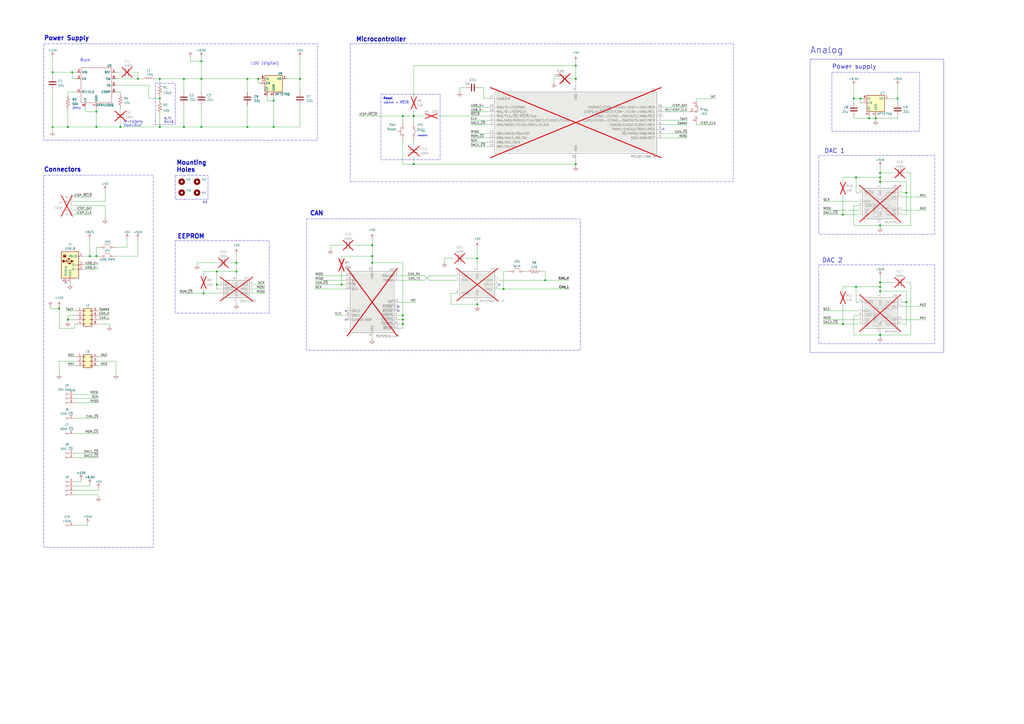
<source format=kicad_sch>
(kicad_sch (version 20250114) (generator "eeschema") (generator_version "9.0")
  (paper "A2")
  (title_block (title "CAN Gauge Interface") (date "2025-09-19") (rev "0.1") (company "Sam Anthony"))
  (rectangle (start 482.6 41.91) (end 533.4 76.2) (stroke (width 0) (type dash)))
  (rectangle (start 25.4 25.4) (end 184.15 81.28) (stroke (width 0) (type dash)))
  (rectangle (start 101.6 139.7) (end 156.21 181.61) (stroke (width 0) (type dash)))
  (rectangle (start 101.6 101.5999) (end 120.65 115.5699) (stroke (width 0) (type dash)))
  (rectangle (start 90.17 48.26) (end 101.6 72.39) (stroke (width 0) (type dash)))
  (rectangle (start 220.98 54.61) (end 255.27 92.71) (stroke (width 0) (type dash)))
  (rectangle (start 474.98 153.67) (end 542.29 199.39) (stroke (width 0) (type dash)))
  (rectangle (start 177.8 127) (end 336.55 203.2) (stroke (width 0) (type dash)))
  (rectangle (start 25.4 101.6) (end 88.9 317.5) (stroke (width 0) (type dash)))
  (rectangle (start 474.98 90.17) (end 542.29 135.89) (stroke (width 0) (type dash)))
  (rectangle (start 203.2 25.4) (end 425.45 105.41) (stroke (width 0) (type dash)))
  (rectangle (start 469.9 34.29) (end 547.37 204.47))
  (text "Connectors" (at 25.4 98.425 0) (effects (font (size 2.54 2.54) (thickness 0.508) (bold yes)) (justify left)))
  (text "Power Supply" (at 25.4 22.225 0) (effects (font (size 2.54 2.54) (thickness 0.508) (bold yes)) (justify left)))
  (text "LDO (digital)" (at 153.67 36.83 0) (effects (font (size 1.651 1.651))))
  (text "CAN" (at 179.705 123.825 0) (effects (font (size 2.54 2.54) (thickness 0.508) (bold yes)) (justify left)))
  (text "2MHz\n" (at 44.45 62.865 0) (effects (font (size 1.27 1.27))))
  (text "6.7V\nR±1%" (at 95.25 69.85 0) (effects (font (size 1.27 1.27)) (justify left)))
  (text "Reset" (at 222.25 57.15 0) (effects (font (size 1.27 1.27) (thickness 0.254) (bold yes)) (justify left)))
  (text "fc=13.5kHz\nCout=31uF" (at 71.755 71.755 0) (effects (font (size 1.27 1.27)) (justify left)))
  (text "Mounting\nHoles" (at 102.235 96.5199 0) (effects (font (size 2.54 2.54) (thickness 0.508) (bold yes)) (justify left)))
  (text "Power supply" (at 482.6 38.735 0) (effects (font (size 2.54 2.54) (thickness 0.254) (bold yes)) (justify left)))
  (text "M3\n" (at 117.475 117.4749 0) (effects (font (size 1.27 1.27)) (justify left)))
  (text "EEPROM" (at 102.87 137.16 0) (effects (font (size 2.54 2.54) (thickness 0.508) (bold yes)) (justify left)))
  (text "≤6mm ↔ ~{MCLR}" (at 222.25 59.69 0) (effects (font (size 1.27 1.27)) (justify left)))
  (text "DAC 1" (at 478.155 87.63 0) (effects (font (size 2.54 2.54) (thickness 0.254) (bold yes)) (justify left)))
  (text "Buck" (at 49.53 34.925 0) (effects (font (size 1.651 1.651))))
  (text "Microcontroller" (at 206.375 22.86 0) (effects (font (size 2.54 2.54) (thickness 0.508) (bold yes)) (justify left)))
  (text "Analog" (at 469.9 29.21 0) (effects (font (size 3.81 3.81) (thickness 0.254) (bold yes)) (justify left)))
  (text "Isolation" (at 245.11 78.74 0) (effects (font (size 0.889 0.889))))
  (text "DAC 2" (at 476.885 151.13 0) (effects (font (size 2.54 2.54) (thickness 0.254) (bold yes)) (justify left)))
  (junction (at 39.37 185.42))
  (junction (at 158.75 58.42))
  (junction (at 510.54 166.37))
  (junction (at 504.19 68.58))
  (junction (at 106.68 45.72))
  (junction (at 510.54 168.91))
  (junction (at 137.16 157.48))
  (junction (at 510.54 100.33))
  (junction (at 55.88 73.66))
  (junction (at 116.84 73.66))
  (junction (at 39.37 73.66))
  (junction (at 106.68 73.66))
  (junction (at 233.68 185.42))
  (junction (at 173.99 45.72))
  (junction (at 496.57 166.37))
  (junction (at 137.16 152.4))
  (junction (at 525.78 111.76))
  (junction (at 143.51 73.66))
  (junction (at 488.95 187.96))
  (junction (at 92.71 73.66))
  (junction (at 334.01 38.1))
  (junction (at 34.29 179.07))
  (junction (at 508 68.58))
  (junction (at 233.68 182.88))
  (junction (at 334.01 45.72))
  (junction (at 495.3 57.15))
  (junction (at 55.88 148.59))
  (junction (at 488.95 124.46))
  (junction (at 510.54 130.81))
  (junction (at 334.01 95.25))
  (junction (at 149.86 45.72))
  (junction (at 30.48 41.91))
  (junction (at 158.75 73.66))
  (junction (at 215.9 142.24))
  (junction (at 80.01 45.72))
  (junction (at 240.03 67.31))
  (junction (at 510.54 102.87))
  (junction (at 510.54 194.31))
  (junction (at 92.71 57.15))
  (junction (at 55.88 64.77))
  (junction (at 525.78 175.26))
  (junction (at 30.48 73.66))
  (junction (at 92.71 45.72))
  (junction (at 276.86 176.53))
  (junction (at 116.84 35.56))
  (junction (at 215.9 152.4))
  (junction (at 520.7 57.15))
  (junction (at 276.86 149.86))
  (junction (at 316.23 162.56))
  (junction (at 125.73 165.1))
  (junction (at 41.91 41.91))
  (junction (at 510.54 163.83))
  (junction (at 499.11 57.15))
  (junction (at 118.11 170.18))
  (junction (at 52.07 148.59))
  (junction (at 215.9 148.59))
  (junction (at 496.57 102.87))
  (junction (at 198.12 165.1))
  (junction (at 125.73 157.48))
  (junction (at 510.54 105.41))
  (junction (at 69.85 73.66))
  (junction (at 240.03 95.25))
  (junction (at 233.68 67.31))
  (junction (at 233.68 187.96))
  (junction (at 143.51 45.72))
  (junction (at 116.84 45.72))
  (junction (at 292.1 167.64))
  (no_connect (at 38.1 163.83))
  (no_connect (at 231.14 177.8))
  (no_connect (at 200.66 185.42))
  (no_connect (at 289.56 165.1))
  (no_connect (at 200.66 180.34))
  (no_connect (at 384.81 74.93))
  (no_connect (at 231.14 180.34))
  (wire (pts (xy 231.14 162.56) (xy 246.38 162.56)))
  (wire (pts (xy 240.03 95.25) (xy 240.03 91.44)))
  (wire (pts (xy 384.81 69.85) (xy 398.78 69.85)))
  (wire (pts (xy 499.11 57.15) (xy 495.3 57.15)))
  (wire (pts (xy 116.84 33.02) (xy 116.84 35.56)))
  (wire (pts (xy 215.9 142.24) (xy 215.9 148.59)))
  (wire (pts (xy 106.68 45.72) (xy 116.84 45.72)))
  (wire (pts (xy 158.75 58.42) (xy 158.75 73.66)))
  (wire (pts (xy 495.3 182.88) (xy 497.84 182.88)))
  (wire (pts (xy 292.1 157.48) (xy 294.64 157.48)))
  (wire (pts (xy 44.45 209.55) (xy 34.29 209.55)))
  (wire (pts (xy 233.68 187.96) (xy 233.68 185.42)))
  (wire (pts (xy 495.3 119.38) (xy 497.84 119.38)))
  (wire (pts (xy 240.03 38.1) (xy 334.01 38.1)))
  (wire (pts (xy 231.14 187.96) (xy 233.68 187.96)))
  (wire (pts (xy 44.45 41.91) (xy 41.91 41.91)))
  (wire (pts (xy 508 67.31) (xy 508 68.58)))
  (wire (pts (xy 289.56 167.64) (xy 292.1 167.64)))
  (wire (pts (xy 510.54 168.91) (xy 510.54 170.18)))
  (wire (pts (xy 215.9 195.58) (xy 215.9 196.85)))
  (wire (pts (xy 60.96 116.84) (xy 60.96 110.49)))
  (wire (pts (xy 67.31 53.34) (xy 69.85 53.34)))
  (wire (pts (xy 499.11 59.69) (xy 499.11 57.15)))
  (wire (pts (xy 80.01 45.72) (xy 82.55 45.72)))
  (wire (pts (xy 48.26 153.67) (xy 57.15 153.67)))
  (wire (pts (xy 127 165.1) (xy 125.73 165.1)))
  (wire (pts (xy 262.89 149.86) (xy 257.81 149.86)))
  (wire (pts (xy 496.57 175.26) (xy 496.57 166.37)))
  (wire (pts (xy 149.86 48.26) (xy 149.86 45.72)))
  (wire (pts (xy 488.95 187.96) (xy 497.84 187.96)))
  (wire (pts (xy 118.11 157.48) (xy 125.73 157.48)))
  (wire (pts (xy 92.71 73.66) (xy 106.68 73.66)))
  (wire (pts (xy 240.03 38.1) (xy 240.03 55.88)))
  (wire (pts (xy 523.24 124.46) (xy 525.78 124.46)))
  (wire (pts (xy 44.45 53.34) (xy 39.37 53.34)))
  (wire (pts (xy 477.52 180.34) (xy 497.84 180.34)))
  (wire (pts (xy 510.54 193.04) (xy 510.54 194.31)))
  (wire (pts (xy 233.68 185.42) (xy 233.68 182.88)))
  (wire (pts (xy 510.54 194.31) (xy 510.54 195.58)))
  (wire (pts (xy 525.78 168.91) (xy 510.54 168.91)))
  (wire (pts (xy 384.81 64.77) (xy 400.05 64.77)))
  (wire (pts (xy 69.85 53.34) (xy 69.85 54.61)))
  (wire (pts (xy 499.11 57.15) (xy 500.38 57.15)))
  (wire (pts (xy 34.29 190.5) (xy 34.29 179.07)))
  (wire (pts (xy 149.86 45.72) (xy 151.13 45.72)))
  (wire (pts (xy 198.12 165.1) (xy 198.12 157.48)))
  (wire (pts (xy 57.15 209.55) (xy 67.31 209.55)))
  (wire (pts (xy 52.07 281.94) (xy 52.07 280.67)))
  (wire (pts (xy 39.37 185.42) (xy 39.37 186.69)))
  (wire (pts (xy 116.84 45.72) (xy 143.51 45.72)))
  (wire (pts (xy 43.18 242.57) (xy 57.15 242.57)))
  (wire (pts (xy 57.15 182.88) (xy 63.5 182.88)))
  (wire (pts (xy 273.05 82.55) (xy 283.21 82.55)))
  (wire (pts (xy 495.3 130.81) (xy 510.54 130.81)))
  (wire (pts (xy 523.24 177.8) (xy 537.21 177.8)))
  (wire (pts (xy 151.13 48.26) (xy 149.86 48.26)))
  (wire (pts (xy 528.32 130.81) (xy 510.54 130.81)))
  (wire (pts (xy 182.88 165.1) (xy 198.12 165.1)))
  (wire (pts (xy 43.18 251.46) (xy 57.15 251.46)))
  (wire (pts (xy 403.86 71.12) (xy 403.86 72.39)))
  (wire (pts (xy 154.94 55.88) (xy 154.94 58.42)))
  (wire (pts (xy 497.84 111.76) (xy 496.57 111.76)))
  (wire (pts (xy 158.75 73.66) (xy 143.51 73.66)))
  (wire (pts (xy 523.24 114.3) (xy 537.21 114.3)))
  (wire (pts (xy 55.88 148.59) (xy 57.15 148.59)))
  (wire (pts (xy 30.48 41.91) (xy 30.48 44.45)))
  (wire (pts (xy 273.05 69.85) (xy 283.21 69.85)))
  (wire (pts (xy 182.88 160.02) (xy 200.66 160.02)))
  (wire (pts (xy 525.78 105.41) (xy 525.78 111.76)))
  (wire (pts (xy 384.81 62.23) (xy 398.78 62.23)))
  (wire (pts (xy 496.57 102.87) (xy 510.54 102.87)))
  (wire (pts (xy 496.57 111.76) (xy 496.57 102.87)))
  (wire (pts (xy 49.53 62.23) (xy 49.53 64.77)))
  (wire (pts (xy 525.78 168.91) (xy 525.78 175.26)))
  (wire (pts (xy 194.31 182.88) (xy 200.66 182.88)))
  (wire (pts (xy 46.99 279.4) (xy 46.99 278.13)))
  (wire (pts (xy 477.52 185.42) (xy 497.84 185.42)))
  (wire (pts (xy 39.37 53.34) (xy 39.37 55.88)))
  (wire (pts (xy 92.71 66.04) (xy 92.71 73.66)))
  (wire (pts (xy 118.11 160.02) (xy 118.11 157.48)))
  (wire (pts (xy 334.01 45.72) (xy 331.47 45.72)))
  (wire (pts (xy 57.15 185.42) (xy 63.5 185.42)))
  (wire (pts (xy 334.01 49.53) (xy 334.01 45.72)))
  (wire (pts (xy 215.9 148.59) (xy 215.9 152.4)))
  (wire (pts (xy 143.51 45.72) (xy 143.51 53.34)))
  (wire (pts (xy 208.28 67.31) (xy 233.68 67.31)))
  (wire (pts (xy 403.86 58.42) (xy 403.86 57.15)))
  (wire (pts (xy 510.54 163.83) (xy 510.54 166.37)))
  (wire (pts (xy 495.3 130.81) (xy 495.3 119.38)))
  (wire (pts (xy 523.24 185.42) (xy 537.21 185.42)))
  (wire (pts (xy 39.37 63.5) (xy 39.37 73.66)))
  (wire (pts (xy 50.8 304.8) (xy 50.8 303.53)))
  (wire (pts (xy 43.18 114.3) (xy 53.34 114.3)))
  (wire (pts (xy 191.77 142.24) (xy 191.77 144.78)))
  (wire (pts (xy 92.71 45.72) (xy 92.71 48.26)))
  (wire (pts (xy 57.15 187.96) (xy 63.5 187.96)))
  (wire (pts (xy 39.37 185.42) (xy 44.45 185.42)))
  (wire (pts (xy 510.54 160.02) (xy 510.54 163.83)))
  (wire (pts (xy 528.32 163.83) (xy 528.32 194.31)))
  (wire (pts (xy 60.96 119.38) (xy 60.96 127)))
  (wire (pts (xy 283.21 57.15) (xy 280.67 57.15)))
  (wire (pts (xy 528.32 100.33) (xy 528.32 130.81)))
  (wire (pts (xy 173.99 45.72) (xy 173.99 53.34)))
  (wire (pts (xy 125.73 167.64) (xy 125.73 165.1)))
  (wire (pts (xy 525.78 105.41) (xy 510.54 105.41)))
  (wire (pts (xy 44.45 182.88) (xy 39.37 182.88)))
  (wire (pts (xy 495.3 67.31) (xy 495.3 68.58)))
  (wire (pts (xy 57.15 287.02) (xy 57.15 288.29)))
  (wire (pts (xy 125.73 157.48) (xy 137.16 157.48)))
  (wire (pts (xy 55.88 143.51) (xy 57.15 143.51)))
  (wire (pts (xy 118.11 170.18) (xy 118.11 167.64)))
  (wire (pts (xy 67.31 209.55) (xy 67.31 217.17)))
  (wire (pts (xy 137.16 152.4) (xy 137.16 157.48)))
  (wire (pts (xy 147.32 170.18) (xy 153.67 170.18)))
  (wire (pts (xy 106.68 73.66) (xy 116.84 73.66)))
  (wire (pts (xy 280.67 50.8) (xy 278.13 50.8)))
  (wire (pts (xy 520.7 68.58) (xy 520.7 67.31)))
  (wire (pts (xy 116.84 60.96) (xy 116.84 73.66)))
  (wire (pts (xy 55.88 62.23) (xy 55.88 64.77)))
  (wire (pts (xy 270.51 149.86) (xy 276.86 149.86)))
  (wire (pts (xy 384.81 80.01) (xy 398.78 80.01)))
  (wire (pts (xy 41.91 45.72) (xy 41.91 41.91)))
  (wire (pts (xy 198.12 149.86) (xy 198.12 148.59)))
  (wire (pts (xy 280.67 57.15) (xy 280.67 50.8)))
  (wire (pts (xy 403.86 57.15) (xy 415.29 57.15)))
  (wire (pts (xy 266.7 50.8) (xy 266.7 53.34)))
  (wire (pts (xy 57.15 212.09) (xy 62.23 212.09)))
  (wire (pts (xy 30.48 73.66) (xy 30.48 76.2)))
  (wire (pts (xy 488.95 102.87) (xy 496.57 102.87)))
  (wire (pts (xy 520.7 57.15) (xy 515.62 57.15)))
  (wire (pts (xy 154.94 58.42) (xy 158.75 58.42)))
  (wire (pts (xy 44.45 187.96) (xy 43.18 187.96)))
  (wire (pts (xy 257.81 149.86) (xy 257.81 152.4)))
  (wire (pts (xy 316.23 157.48) (xy 316.23 162.56)))
  (wire (pts (xy 39.37 207.01) (xy 44.45 207.01)))
  (wire (pts (xy 43.18 284.48) (xy 57.15 284.48)))
  (wire (pts (xy 495.3 57.15) (xy 495.3 49.53)))
  (wire (pts (xy 384.81 72.39) (xy 398.78 72.39)))
  (wire (pts (xy 63.5 187.96) (xy 63.5 189.23)))
  (wire (pts (xy 233.68 67.31) (xy 233.68 71.12)))
  (wire (pts (xy 92.71 57.15) (xy 86.36 57.15)))
  (wire (pts (xy 233.68 152.4) (xy 233.68 182.88)))
  (wire (pts (xy 92.71 45.72) (xy 106.68 45.72)))
  (wire (pts (xy 43.18 265.43) (xy 57.15 265.43)))
  (wire (pts (xy 240.03 81.28) (xy 240.03 83.82)))
  (wire (pts (xy 504.19 68.58) (xy 508 68.58)))
  (wire (pts (xy 233.68 152.4) (xy 215.9 152.4)))
  (wire (pts (xy 86.36 49.53) (xy 67.31 49.53)))
  (wire (pts (xy 510.54 105.41) (xy 510.54 106.68)))
  (wire (pts (xy 273.05 77.47) (xy 283.21 77.47)))
  (wire (pts (xy 158.75 55.88) (xy 158.75 58.42)))
  (wire (pts (xy 200.66 165.1) (xy 198.12 165.1)))
  (wire (pts (xy 30.48 33.02) (xy 30.48 41.91)))
  (wire (pts (xy 273.05 85.09) (xy 283.21 85.09)))
  (wire (pts (xy 316.23 162.56) (xy 330.2 162.56)))
  (wire (pts (xy 233.68 67.31) (xy 240.03 67.31)))
  (wire (pts (xy 528.32 194.31) (xy 510.54 194.31)))
  (wire (pts (xy 198.12 148.59) (xy 215.9 148.59)))
  (wire (pts (xy 29.21 177.8) (xy 29.21 179.07)))
  (wire (pts (xy 92.71 57.15) (xy 92.71 58.42)))
  (wire (pts (xy 173.99 73.66) (xy 158.75 73.66)))
  (wire (pts (xy 525.78 175.26) (xy 525.78 187.96)))
  (wire (pts (xy 510.54 96.52) (xy 510.54 100.33)))
  (wire (pts (xy 231.14 190.5) (xy 233.68 190.5)))
  (wire (pts (xy 29.21 179.07) (xy 34.29 179.07)))
  (wire (pts (xy 304.8 157.48) (xy 306.07 157.48)))
  (wire (pts (xy 104.14 170.18) (xy 118.11 170.18)))
  (wire (pts (xy 495.3 194.31) (xy 510.54 194.31)))
  (wire (pts (xy 270.51 50.8) (xy 266.7 50.8)))
  (wire (pts (xy 334.01 95.25) (xy 334.01 96.52)))
  (wire (pts (xy 55.88 73.66) (xy 39.37 73.66)))
  (wire (pts (xy 510.54 100.33) (xy 518.16 100.33)))
  (wire (pts (xy 43.18 233.68) (xy 57.15 233.68)))
  (wire (pts (xy 43.18 231.14) (xy 57.15 231.14)))
  (wire (pts (xy 510.54 166.37) (xy 510.54 168.91)))
  (wire (pts (xy 488.95 168.91) (xy 488.95 166.37)))
  (wire (pts (xy 500.38 59.69) (xy 499.11 59.69)))
  (wire (pts (xy 43.18 187.96) (xy 43.18 190.5)))
  (wire (pts (xy 55.88 148.59) (xy 55.88 143.51)))
  (wire (pts (xy 116.84 35.56) (xy 116.84 45.72)))
  (wire (pts (xy 57.15 180.34) (xy 63.5 180.34)))
  (wire (pts (xy 67.31 148.59) (xy 80.01 148.59)))
  (wire (pts (xy 254 67.31) (xy 283.21 67.31)))
  (wire (pts (xy 43.18 190.5) (xy 34.29 190.5)))
  (wire (pts (xy 106.68 45.72) (xy 106.68 53.34)))
  (wire (pts (xy 523.24 175.26) (xy 525.78 175.26)))
  (wire (pts (xy 48.26 148.59) (xy 52.07 148.59)))
  (wire (pts (xy 233.68 81.28) (xy 233.68 95.25)))
  (wire (pts (xy 92.71 73.66) (xy 69.85 73.66)))
  (wire (pts (xy 52.07 148.59) (xy 55.88 148.59)))
  (wire (pts (xy 488.95 166.37) (xy 496.57 166.37)))
  (wire (pts (xy 273.05 64.77) (xy 283.21 64.77)))
  (wire (pts (xy 488.95 124.46) (xy 497.84 124.46)))
  (wire (pts (xy 520.7 49.53) (xy 520.7 57.15)))
  (wire (pts (xy 69.85 62.23) (xy 69.85 63.5)))
  (wire (pts (xy 147.32 167.64) (xy 153.67 167.64)))
  (wire (pts (xy 510.54 102.87) (xy 510.54 105.41)))
  (wire (pts (xy 57.15 207.01) (xy 62.23 207.01)))
  (wire (pts (xy 384.81 77.47) (xy 398.78 77.47)))
  (wire (pts (xy 173.99 33.02) (xy 173.99 45.72)))
  (wire (pts (xy 44.45 45.72) (xy 41.91 45.72)))
  (wire (pts (xy 496.57 166.37) (xy 510.54 166.37)))
  (wire (pts (xy 276.86 176.53) (xy 276.86 177.8)))
  (wire (pts (xy 77.47 41.91) (xy 80.01 41.91)))
  (wire (pts (xy 248.92 160.02) (xy 246.38 162.56)))
  (wire (pts (xy 43.18 281.94) (xy 52.07 281.94)))
  (wire (pts (xy 57.15 284.48) (xy 57.15 283.21)))
  (wire (pts (xy 90.17 45.72) (xy 92.71 45.72)))
  (wire (pts (xy 39.37 182.88) (xy 39.37 185.42)))
  (wire (pts (xy 495.3 68.58) (xy 504.19 68.58)))
  (wire (pts (xy 488.95 113.03) (xy 488.95 124.46)))
  (wire (pts (xy 321.31 45.72) (xy 323.85 45.72)))
  (wire (pts (xy 137.16 175.26) (xy 137.16 176.53)))
  (wire (pts (xy 34.29 209.55) (xy 34.29 217.17)))
  (wire (pts (xy 38.1 180.34) (xy 44.45 180.34)))
  (wire (pts (xy 231.14 182.88) (xy 233.68 182.88)))
  (wire (pts (xy 495.3 57.15) (xy 495.3 59.69)))
  (wire (pts (xy 137.16 157.48) (xy 137.16 160.02)))
  (wire (pts (xy 125.73 157.48) (xy 125.73 165.1)))
  (wire (pts (xy 510.54 130.81) (xy 510.54 132.08)))
  (wire (pts (xy 43.18 287.02) (xy 57.15 287.02)))
  (wire (pts (xy 313.69 157.48) (xy 316.23 157.48)))
  (wire (pts (xy 92.71 55.88) (xy 92.71 57.15)))
  (wire (pts (xy 334.01 92.71) (xy 334.01 95.25)))
  (wire (pts (xy 116.84 45.72) (xy 116.84 53.34)))
  (wire (pts (xy 477.52 187.96) (xy 488.95 187.96)))
  (wire (pts (xy 276.86 175.26) (xy 276.86 176.53)))
  (wire (pts (xy 67.31 45.72) (xy 80.01 45.72)))
  (wire (pts (xy 43.18 262.89) (xy 57.15 262.89)))
  (wire (pts (xy 173.99 60.96) (xy 173.99 73.66)))
  (wire (pts (xy 495.3 194.31) (xy 495.3 182.88)))
  (wire (pts (xy 403.86 72.39) (xy 415.29 72.39)))
  (wire (pts (xy 292.1 167.64) (xy 292.1 157.48)))
  (wire (pts (xy 80.01 41.91) (xy 80.01 45.72)))
  (wire (pts (xy 182.88 167.64) (xy 200.66 167.64)))
  (wire (pts (xy 43.18 304.8) (xy 50.8 304.8)))
  (wire (pts (xy 143.51 73.66) (xy 116.84 73.66)))
  (wire (pts (xy 69.85 73.66) (xy 55.88 73.66)))
  (wire (pts (xy 133.35 152.4) (xy 137.16 152.4)))
  (wire (pts (xy 67.31 41.91) (xy 69.85 41.91)))
  (wire (pts (xy 137.16 147.32) (xy 137.16 152.4)))
  (wire (pts (xy 240.03 95.25) (xy 334.01 95.25)))
  (wire (pts (xy 69.85 71.12) (xy 69.85 73.66)))
  (wire (pts (xy 525.78 100.33) (xy 528.32 100.33)))
  (wire (pts (xy 198.12 142.24) (xy 191.77 142.24)))
  (wire (pts (xy 261.62 170.18) (xy 264.16 170.18)))
  (wire (pts (xy 49.53 64.77) (xy 55.88 64.77)))
  (wire (pts (xy 215.9 138.43) (xy 215.9 142.24)))
  (wire (pts (xy 510.54 100.33) (xy 510.54 102.87)))
  (wire (pts (xy 110.49 35.56) (xy 110.49 33.02)))
  (wire (pts (xy 43.18 116.84) (xy 60.96 116.84)))
  (wire (pts (xy 240.03 67.31) (xy 246.38 67.31)))
  (wire (pts (xy 523.24 111.76) (xy 525.78 111.76)))
  (wire (pts (xy 289.56 162.56) (xy 316.23 162.56)))
  (wire (pts (xy 48.26 156.21) (xy 57.15 156.21)))
  (wire (pts (xy 30.48 52.07) (xy 30.48 73.66)))
  (wire (pts (xy 73.66 143.51) (xy 73.66 138.43)))
  (wire (pts (xy 43.18 119.38) (xy 60.96 119.38)))
  (wire (pts (xy 52.07 138.43) (xy 52.07 148.59)))
  (wire (pts (xy 520.7 59.69) (xy 520.7 57.15)))
  (wire (pts (xy 240.03 67.31) (xy 240.03 71.12)))
  (wire (pts (xy 215.9 152.4) (xy 215.9 154.94)))
  (wire (pts (xy 233.68 95.25) (xy 240.03 95.25)))
  (wire (pts (xy 147.32 165.1) (xy 153.67 165.1)))
  (wire (pts (xy 106.68 60.96) (xy 106.68 73.66)))
  (wire (pts (xy 261.62 176.53) (xy 261.62 170.18)))
  (wire (pts (xy 34.29 179.07) (xy 34.29 177.8)))
  (wire (pts (xy 41.91 41.91) (xy 30.48 41.91)))
  (wire (pts (xy 43.18 124.46) (xy 53.34 124.46)))
  (wire (pts (xy 40.64 163.83) (xy 40.64 165.1)))
  (wire (pts (xy 127 167.64) (xy 125.73 167.64)))
  (wire (pts (xy 523.24 121.92) (xy 537.21 121.92)))
  (wire (pts (xy 205.74 142.24) (xy 215.9 142.24)))
  (wire (pts (xy 508 68.58) (xy 520.7 68.58)))
  (wire (pts (xy 231.14 160.02) (xy 246.38 160.02)))
  (wire (pts (xy 488.95 105.41) (xy 488.95 102.87)))
  (wire (pts (xy 488.95 176.53) (xy 488.95 187.96)))
  (wire (pts (xy 143.51 60.96) (xy 143.51 73.66)))
  (wire (pts (xy 276.86 176.53) (xy 261.62 176.53)))
  (wire (pts (xy 321.31 48.26) (xy 321.31 45.72)))
  (wire (pts (xy 523.24 187.96) (xy 525.78 187.96)))
  (wire (pts (xy 67.31 143.51) (xy 73.66 143.51)))
  (wire (pts (xy 43.18 228.6) (xy 57.15 228.6)))
  (wire (pts (xy 477.52 124.46) (xy 488.95 124.46)))
  (wire (pts (xy 149.86 45.72) (xy 143.51 45.72)))
  (wire (pts (xy 114.3 152.4) (xy 114.3 153.67)))
  (wire (pts (xy 504.19 67.31) (xy 504.19 68.58)))
  (wire (pts (xy 86.36 57.15) (xy 86.36 49.53)))
  (wire (pts (xy 114.3 152.4) (xy 125.73 152.4)))
  (wire (pts (xy 497.84 175.26) (xy 496.57 175.26)))
  (wire (pts (xy 273.05 80.01) (xy 283.21 80.01)))
  (wire (pts (xy 508 68.58) (xy 508 69.85)))
  (wire (pts (xy 334.01 38.1) (xy 334.01 45.72)))
  (wire (pts (xy 116.84 35.56) (xy 110.49 35.56)))
  (wire (pts (xy 276.86 143.51) (xy 276.86 149.86)))
  (wire (pts (xy 127 170.18) (xy 118.11 170.18)))
  (wire (pts (xy 233.68 190.5) (xy 233.68 187.96)))
  (wire (pts (xy 39.37 73.66) (xy 30.48 73.66)))
  (wire (pts (xy 525.78 163.83) (xy 528.32 163.83)))
  (wire (pts (xy 510.54 163.83) (xy 518.16 163.83)))
  (wire (pts (xy 477.52 121.92) (xy 497.84 121.92)))
  (wire (pts (xy 334.01 35.56) (xy 334.01 38.1)))
  (wire (pts (xy 292.1 167.64) (xy 330.2 167.64)))
  (wire (pts (xy 231.14 175.26) (xy 241.3 175.26)))
  (wire (pts (xy 39.37 212.09) (xy 44.45 212.09)))
  (wire (pts (xy 166.37 45.72) (xy 173.99 45.72)))
  (wire (pts (xy 231.14 185.42) (xy 233.68 185.42)))
  (wire (pts (xy 510.54 129.54) (xy 510.54 130.81)))
  (wire (pts (xy 273.05 62.23) (xy 283.21 62.23)))
  (wire (pts (xy 248.92 162.56) (xy 264.16 162.56)))
  (wire (pts (xy 477.52 116.84) (xy 497.84 116.84)))
  (wire (pts (xy 55.88 64.77) (xy 55.88 73.66)))
  (wire (pts (xy 182.88 162.56) (xy 200.66 162.56)))
  (wire (pts (xy 248.92 160.02) (xy 264.16 160.02)))
  (wire (pts (xy 246.38 160.02) (xy 248.92 162.56)))
  (wire (pts (xy 43.18 279.4) (xy 46.99 279.4)))
  (wire (pts (xy 525.78 111.76) (xy 525.78 124.46)))
  (wire (pts (xy 240.03 63.5) (xy 240.03 67.31)))
  (wire (pts (xy 43.18 121.92) (xy 53.34 121.92)))
  (wire (pts (xy 80.01 148.59) (xy 80.01 138.43)))
  (wire (pts (xy 276.86 149.86) (xy 276.86 154.94)))
  (wire (pts (xy 273.05 72.39) (xy 283.21 72.39)))
  (label "DAC1_~{CS}" (at 477.52 124.46 0))
  (label "MISO" (at 57.15 233.68 180))
  (label "CAN_H" (at 330.2 162.56 180) (effects (font (thickness 0.254) (bold yes))))
  (label "SCK" (at 153.67 165.1 180) (effects (font (thickness 0.1588))))
  (label "Speed" (at 63.5 180.34 180) (effects (font (thickness 0.1588))))
  (label "CLK" (at 273.05 69.85 0))
  (label "MOSI" (at 398.78 80.01 180) (effects (font (thickness 0.1588))))
  (label "ICSP_DAT" (at 398.78 62.23 180))
  (label "CAN_L" (at 63.5 185.42 180))
  (label "ROM_~{CS}" (at 104.14 170.18 0) (effects (font (thickness 0.1588))))
  (label "MOSI" (at 182.88 160.02 0) (effects (font (thickness 0.1588))))
  (label "DAC1_~{CS}" (at 273.05 85.09 0))
  (label "AN3" (at 62.23 212.09 180) (effects (font (thickness 0.1588))))
  (label "Speed" (at 398.78 72.39 180))
  (label "AN1" (at 537.21 114.3 180))
  (label "CAN_~{CS}" (at 398.78 77.47 180))
  (label "CAN_~{CS}" (at 57.15 242.57 180))
  (label "INT" (at 415.29 57.15 180))
  (label "CLK" (at 194.31 182.88 0))
  (label "MISO" (at 153.67 170.18 180) (effects (font (thickness 0.1588))))
  (label "INT" (at 241.3 175.26 180) (effects (font (thickness 0.1588))))
  (label "MOSI" (at 153.67 167.64 180) (effects (font (thickness 0.1588))))
  (label "ICSP_CLK" (at 53.34 124.46 180))
  (label "AN2" (at 62.23 207.01 180) (effects (font (thickness 0.1588))))
  (label "SCK" (at 273.05 82.55 0) (effects (font (thickness 0.1588))))
  (label "Tach" (at 38.1 180.34 0) (effects (font (thickness 0.1588))))
  (label "CAN_~{CS}" (at 182.88 165.1 0) (effects (font (thickness 0.1588))))
  (label "ICSP_CLK" (at 415.29 72.39 180))
  (label "USB_D+" (at 273.05 62.23 0))
  (label "SCK" (at 477.52 180.34 0) (effects (font (thickness 0.1588))))
  (label "ROM_~{CS}" (at 57.15 251.46 180))
  (label "AN1" (at 39.37 207.01 0) (effects (font (thickness 0.1588))))
  (label "DAC2_~{CS}" (at 273.05 72.39 0))
  (label "USB_D-" (at 273.05 64.77 0))
  (label "INT{slash}ICSP_CLK" (at 398.78 64.77 180))
  (label "SCK" (at 57.15 231.14 180))
  (label "AN4" (at 39.37 212.09 0) (effects (font (thickness 0.1588))))
  (label "MOSI" (at 477.52 121.92 0))
  (label "AN4" (at 537.21 185.42 180))
  (label "MISO" (at 182.88 162.56 0) (effects (font (thickness 0.1588))))
  (label "DAC1_~{CS}" (at 57.15 262.89 180))
  (label "MOSI" (at 57.15 228.6 180))
  (label "~{MCLR}" (at 273.05 67.31 0))
  (label "AN3" (at 537.21 177.8 180))
  (label "DAC2_~{CS}" (at 57.15 265.43 180))
  (label "USB_D-" (at 57.15 156.21 180))
  (label "AN2" (at 537.21 121.92 180))
  (label "USB_D+" (at 57.15 153.67 180))
  (label "SCK" (at 182.88 167.64 0) (effects (font (thickness 0.1588))))
  (label "Tach" (at 398.78 69.85 180))
  (label "ROM_~{CS}" (at 273.05 80.01 0))
  (label "ICSP_DAT" (at 53.34 121.92 180))
  (label "CAN_RX" (at 243.84 160.02 180))
  (label "ICSP_~{MCLR}" (at 53.34 114.3 180))
  (label "MISO" (at 273.05 77.47 0) (effects (font (thickness 0.1588))))
  (label "ICSP_~{MCLR}" (at 208.28 67.31 0))
  (label "MOSI" (at 477.52 185.42 0))
  (label "CAN_L" (at 330.2 167.64 180) (effects (font (thickness 0.254) (bold yes))))
  (label "SCK" (at 477.52 116.84 0) (effects (font (thickness 0.1588))))
  (label "DAC2_~{CS}" (at 477.52 187.96 0))
  (label "CAN_TX" (at 243.84 162.56 180))
  (label "CAN_H" (at 63.5 182.88 180) (effects (font (thickness 0.1588))))
  (symbol (lib_id "power:GND") (at 215.9 196.85 0) (unit 1)
    (property "Reference" "#PWR028" (effects (hide yes)))
    (property "Value" "GND" (effects (hide yes)))
    (property "Description" "Power symbol creates a global label with name \"GND\" , ground" (effects (hide yes)))
  )
  (symbol (lib_id "Connector:USB_B") (at 40.64 153.67 0) (unit 1)
    (property "Reference" "J1" (at 40.64 141.605 0))
    (property "Value" "USB_B" (at 40.64 144.145 0))
    (property "Footprint" "Connector_USB:USB_B_OST_USB-B1HSxx_Horizontal" (effects (hide yes)))
    (property "Description" "USB Type B connector" (effects (hide yes)))
  )
  (symbol (lib_id "power:GND") (at 57.15 288.29 0) (unit 1)
    (property "Reference" "#PWR039" (effects (hide yes)))
    (property "Value" "GND" (effects (hide yes)))
    (property "Description" "Power symbol creates a global label with name \"GND\" , ground" (effects (hide yes)))
  )
  (symbol (lib_id "Device:C") (at 173.99 57.15 0) (unit 1)
    (property "Reference" "C7" (at 177.8 55.8799 0) (effects (justify left)))
    (property "Value" "22u" (at 177.8 58.4199 0) (effects (justify left)))
    (property "Footprint" "Capacitor_SMD:C_1206_3216Metric_Pad1.33x1.80mm_HandSolder" (effects (hide yes)))
    (property "Description" "Unpolarized capacitor" (effects (hide yes)))
  )
  (symbol (lib_id "power:+12V") (at 34.29 177.8 0) (unit 1)
    (property "Reference" "#PWR029" (effects (hide yes)))
    (property "Value" "+12V" (at 34.29 172.72 0))
    (property "Description" "Power symbol creates a global label with name \"+12V\"" (effects (hide yes)))
  )
  (symbol (lib_id "power:GND") (at 63.5 189.23 0) (unit 1)
    (property "Reference" "#PWR033" (effects (hide yes)))
    (property "Value" "GND" (effects (hide yes)))
    (property "Description" "Power symbol creates a global label with name \"GND\" , ground" (effects (hide yes)))
  )
  (symbol (lib_id "Device:C") (at 129.54 152.4 90) (unit 1) (dnp yes)
    (property "Reference" "C15" (at 129.54 146.05 90))
    (property "Value" "100n" (at 129.54 148.59 90))
    (property "Footprint" "Capacitor_THT:C_Disc_D5.0mm_W2.5mm_P2.50mm" (effects (hide yes)))
    (property "Description" "Unpolarized capacitor" (effects (hide yes)))
  )
  (symbol (lib_id "Jumper:Jumper_2_Bridged") (at 240.03 76.2 270) (mirror x) (unit 1)
    (property "Reference" "JP1" (at 241.935 72.39 90) (effects (justify left)))
    (property "Value" "~{Prog}" (at 241.935 75.565 90) (effects (justify left)))
    (property "Footprint" "Connector_PinSocket_2.54mm:PinSocket_1x02_P2.54mm_Vertical" (effects (hide yes)))
    (property "Description" "Jumper, 2-pole, closed/bridged" (effects (hide yes)))
  )
  (symbol (lib_id "Device:C") (at 266.7 149.86 90) (unit 1) (dnp yes)
    (property "Reference" "C14" (at 266.7 143.51 90))
    (property "Value" "100n" (at 266.7 146.05 90))
    (property "Footprint" "Capacitor_THT:C_Disc_D5.0mm_W2.5mm_P2.50mm" (effects (hide yes)))
    (property "Description" "Unpolarized capacitor" (effects (hide yes)))
  )
  (symbol (lib_id "power:+5V") (at 173.99 33.02 0) (unit 1)
    (property "Reference" "#PWR06" (effects (hide yes)))
    (property "Value" "+5V" (at 173.99 29.21 0))
    (property "Description" "Power symbol creates a global label with name \"+5V\"" (effects (hide yes)))
  )
  (symbol (lib_id "Device:C") (at 106.68 57.15 180) (unit 1)
    (property "Reference" "C2" (at 111.125 55.245 0))
    (property "Value" "22u" (at 111.76 57.785 0))
    (property "Footprint" "Capacitor_SMD:C_1206_3216Metric_Pad1.33x1.80mm_HandSolder" (effects (hide yes)))
    (property "Description" "Unpolarized capacitor" (effects (hide yes)))
  )
  (symbol (lib_id "Device:C") (at 30.48 48.26 0) (unit 1)
    (property "Reference" "C1" (at 34.925 46.99 0))
    (property "Value" "22u" (at 35.56 49.53 0))
    (property "Footprint" "Capacitor_SMD:C_1206_3216Metric_Pad1.33x1.80mm_HandSolder" (effects (hide yes)))
    (property "Description" "Unpolarized capacitor" (effects (hide yes)))
  )
  (symbol (lib_id "Device:C") (at 495.3 63.5 0) (unit 1)
    (property "Reference" "C8" (at 492.125 62.23 0) (effects (justify right)))
    (property "Value" "22u" (at 492.125 64.77 0) (effects (justify right)))
    (property "Footprint" "Capacitor_SMD:C_1206_3216Metric_Pad1.33x1.80mm_HandSolder" (effects (hide yes)))
    (property "Description" "Unpolarized capacitor" (effects (hide yes)))
  )
  (symbol (lib_id "Memory_EEPROM:25LCxxx") (at 137.16 167.64 0) (unit 1) (dnp yes)
    (property "Reference" "U4" (at 141.605 161.29 0) (effects (justify left)))
    (property "Value" "25LC160C" (at 139.065 174.625 0) (effects (justify left)))
    (property "Footprint" "Package_DIP:DIP-8_W7.62mm" (effects (hide yes)))
    (property "Datasheet" "http://ww1.microchip.com/downloads/en/DeviceDoc/21832H.pdf" (effects (hide yes)))
    (property "Description" "SPI Serial EEPROM, DIP-8/SOIC-8/TSSOP-8" (effects (hide yes)))
  )
  (symbol (lib_id "Jumper:Jumper_3_Bridged12") (at 403.86 64.77 270) (unit 1) (in_bom no)
    (property "Reference" "JP2" (at 408.305 66.04 90))
    (property "Value" "Prog" (at 408.305 63.5 90))
    (property "Footprint" "Connector_PinSocket_2.54mm:PinSocket_1x03_P2.54mm_Vertical" (effects (hide yes)))
    (property "Description" "Jumper, 3-pole, pins 1+2 closed/bridged" (effects (hide yes)))
  )
  (symbol (lib_id "power:GND") (at 510.54 132.08 0) (unit 1)
    (property "Reference" "#PWR017" (effects (hide yes)))
    (property "Value" "GND" (effects (hide yes)))
    (property "Description" "Power symbol creates a global label with name \"GND\" , ground" (effects (hide yes)))
  )
  (symbol (lib_id "power:PWR_FLAG") (at 110.49 33.02 0) (unit 1)
    (property "Reference" "#FLG02" (effects (hide yes)))
    (property "Value" "+6.5V" (effects (hide yes)))
    (property "Description" "Special symbol for telling ERC where power comes from" (effects (hide yes)))
  )
  (symbol (lib_id "power:GND") (at 510.54 195.58 0) (unit 1)
    (property "Reference" "#PWR019" (effects (hide yes)))
    (property "Value" "GND" (effects (hide yes)))
    (property "Description" "Power symbol creates a global label with name \"GND\" , ground" (effects (hide yes)))
  )
  (symbol (lib_id "power:GND") (at 334.01 96.52 0) (unit 1)
    (property "Reference" "#PWR01" (effects (hide yes)))
    (property "Value" "GND" (effects (hide yes)))
    (property "Description" "Power symbol creates a global label with name \"GND\" , ground" (effects (hide yes)))
  )
  (symbol (lib_id "Device:R_US") (at 198.12 153.67 0) (unit 1) (dnp yes)
    (property "Reference" "R7" (at 200.025 152.4 0) (effects (justify left)))
    (property "Value" "10k" (at 200.025 154.94 0) (effects (justify left)))
    (property "Footprint" "Resistor_THT:R_Axial_DIN0411_L9.9mm_D3.6mm_P12.70mm_Horizontal" (effects (hide yes)))
    (property "Description" "Resistor, US symbol" (effects (hide yes)))
  )
  (symbol (lib_id "Device:R_US") (at 118.11 163.83 0) (unit 1) (dnp yes)
    (property "Reference" "R9" (at 120.015 162.56 0) (effects (justify left)))
    (property "Value" "10k" (at 120.015 165.1 0) (effects (justify left)))
    (property "Footprint" "Resistor_THT:R_Axial_DIN0411_L9.9mm_D3.6mm_P12.70mm_Horizontal" (effects (hide yes)))
    (property "Description" "Resistor, US symbol" (effects (hide yes)))
  )
  (symbol (lib_id "Mechanical:MountingHole") (at 105.41 105.4099 0) (unit 1) (exclude_from_sim yes) (in_bom no)
    (property "Reference" "H1" (at 107.95 104.1398 0) (effects (justify left)))
    (property "Value" "MountingHole" (effects (hide yes)))
    (property "Footprint" "MountingHole:MountingHole_3.2mm_M3_DIN965" (effects (hide yes)))
    (property "Description" "Mounting Hole without connection" (effects (hide yes)))
  )
  (symbol (lib_id "power:GND") (at 67.31 217.17 0) (unit 1)
    (property "Reference" "#PWR035" (effects (hide yes)))
    (property "Value" "GND" (effects (hide yes)))
    (property "Description" "Power symbol creates a global label with name \"GND\" , ground" (effects (hide yes)))
  )
  (symbol (lib_id "Jumper:Jumper_2_Open") (at 62.23 143.51 0) (unit 1)
    (property "Reference" "JP3" (at 62.23 140.335 0))
    (property "Value" "USB_PWR" (effects (hide yes)))
    (property "Footprint" "Connector_PinSocket_2.54mm:PinSocket_1x02_P2.54mm_Vertical" (effects (hide yes)))
    (property "Description" "Jumper, 2-pole, open" (effects (hide yes)))
  )
  (symbol (lib_id "symbols:AP64100") (at 55.88 49.53 0) (unit 1)
    (property "Reference" "U5" (at 63.5 38.1 0))
    (property "Value" "AP64100Q" (at 60.96 60.96 0))
    (property "Footprint" "footprints:Diodes_SO-8EP" (effects (hide yes)))
    (property "Datasheet" "https://www.diodes.com/assets/Datasheets/AP64100.pdf" (effects (hide yes)))
    (property "Description" "3.8V to40V input, 1A low IQ synchronous buck with adjustable frequency" (effects (hide yes)))
  )
  (symbol (lib_id "Device:C") (at 143.51 57.15 0) (unit 1)
    (property "Reference" "C6" (at 147.32 55.8799 0) (effects (justify left)))
    (property "Value" "22u" (at 147.32 58.4199 0) (effects (justify left)))
    (property "Footprint" "Capacitor_SMD:C_1206_3216Metric_Pad1.33x1.80mm_HandSolder" (effects (hide yes)))
    (property "Description" "Unpolarized capacitor" (effects (hide yes)))
  )
  (symbol (lib_id "Jumper:Jumper_2_Open") (at 62.23 148.59 0) (unit 1)
    (property "Reference" "JP4" (at 62.23 145.415 0))
    (property "Value" "USB_PWR" (at 62.23 150.495 0))
    (property "Footprint" "Connector_PinSocket_2.54mm:PinSocket_1x02_P2.54mm_Vertical" (effects (hide yes)))
    (property "Description" "Jumper, 2-pole, open" (effects (hide yes)))
  )
  (symbol (lib_id "Device:C") (at 201.93 142.24 90) (unit 1) (dnp yes)
    (property "Reference" "C13" (at 201.93 135.89 90))
    (property "Value" "100n" (at 201.93 138.43 90))
    (property "Footprint" "Capacitor_THT:C_Disc_D5.0mm_W2.5mm_P2.50mm" (effects (hide yes)))
    (property "Description" "Unpolarized capacitor" (effects (hide yes)))
  )
  (symbol (lib_id "Connector:Conn_01x04_Socket") (at 38.1 281.94 0) (mirror y) (unit 1)
    (property "Reference" "J9" (at 38.735 276.86 0))
    (property "Value" "Conn_01x04_Socket" (effects (hide yes)))
    (property "Footprint" "Connector_PinSocket_2.54mm:PinSocket_1x04_P2.54mm_Vertical" (effects (hide yes)))
    (property "Description" "Generic connector, single row, 01x04, script generated" (effects (hide yes)))
  )
  (symbol (lib_id "Connector_Generic:Conn_02x04_Top_Bottom") (at 49.53 182.88 0) (unit 1)
    (property "Reference" "J2" (at 50.8 177.165 0))
    (property "Value" "Conn_02x04_Top_Bottom" (effects (hide yes)))
    (property "Footprint" "Connector_Molex:Molex_Mini-Fit_Jr_5569-08A2_2x04_P4.20mm_Horizontal" (effects (hide yes)))
    (property "Datasheet" "https://www.molex.com/en-us/products/part-detail/39300080?display=pdf" (effects (hide yes)))
    (property "Description" "Generic connector, double row, 02x04, top/bottom pin numbering scheme (row 1: 1...pins_per_row, row2: pins_per_row+1 ... num_pins), script generated (kicad-library-utils/schlib/autogen/connector/)" (effects (hide yes)))
  )
  (symbol (lib_id "Device:R_US") (at 69.85 58.42 180) (unit 1)
    (property "Reference" "R5" (at 73.025 57.15 0))
    (property "Value" "12k" (at 73.66 59.69 0))
    (property "Footprint" "Resistor_SMD:R_0805_2012Metric_Pad1.20x1.40mm_HandSolder" (effects (hide yes)))
    (property "Description" "Resistor, US symbol" (effects (hide yes)))
  )
  (symbol (lib_id "Device:C") (at 520.7 63.5 0) (unit 1)
    (property "Reference" "C9" (at 523.875 62.23 0) (effects (justify left)))
    (property "Value" "22u" (at 523.875 64.77 0) (effects (justify left)))
    (property "Footprint" "Capacitor_SMD:C_1206_3216Metric_Pad1.33x1.80mm_HandSolder" (effects (hide yes)))
    (property "Description" "Unpolarized capacitor" (effects (hide yes)))
  )
  (symbol (lib_id "Device:R_US") (at 39.37 59.69 0) (unit 1)
    (property "Reference" "R3" (at 41.91 57.7849 0) (effects (justify left)))
    (property "Value" "50k" (at 41.91 60.3249 0) (effects (justify left)))
    (property "Footprint" "Resistor_SMD:R_0805_2012Metric_Pad1.20x1.40mm_HandSolder" (effects (hide yes)))
    (property "Description" "Resistor, US symbol" (effects (hide yes)))
  )
  (symbol (lib_id "Device:C") (at 240.03 87.63 0) (unit 1) (dnp yes)
    (property "Reference" "C12" (at 243.84 86.3599 0) (effects (justify left)))
    (property "Value" "100n" (at 243.84 88.8999 0) (effects (justify left)))
    (property "Footprint" "Capacitor_THT:C_Disc_D5.0mm_W2.5mm_P2.50mm" (effects (hide yes)))
    (property "Description" "Unpolarized capacitor" (effects (hide yes)))
  )
  (symbol (lib_id "Device:R_US") (at 92.71 62.23 180) (unit 1)
    (property "Reference" "R2" (at 95.885 60.96 0))
    (property "Value" "10k" (at 96.52 64.135 0))
    (property "Footprint" "Resistor_SMD:R_0805_2012Metric_Pad1.20x1.40mm_HandSolder" (effects (hide yes)))
    (property "Description" "Resistor, US symbol" (effects (hide yes)))
  )
  (symbol (lib_id "power:GND") (at 508 69.85 0) (unit 1)
    (property "Reference" "#PWR022" (effects (hide yes)))
    (property "Value" "GND" (effects (hide yes)))
    (property "Description" "Power symbol creates a global label with name \"GND\" , ground" (effects (hide yes)))
  )
  (symbol (lib_id "power:+5V") (at 73.66 138.43 0) (unit 1)
    (property "Reference" "#PWR032" (effects (hide yes)))
    (property "Value" "+5V" (at 73.66 134.62 0))
    (property "Description" "Power symbol creates a global label with name \"+5V\"" (effects (hide yes)))
  )
  (symbol (lib_id "Device:C") (at 521.97 163.83 90) (unit 1) (dnp yes)
    (property "Reference" "C17" (at 521.97 157.48 90))
    (property "Value" "100n" (at 521.97 160.02 90))
    (property "Footprint" "Capacitor_THT:C_Disc_D5.0mm_W2.5mm_P2.50mm" (effects (hide yes)))
    (property "Description" "Unpolarized capacitor" (effects (hide yes)))
  )
  (symbol (lib_id "Analog_DAC:MCP4912") (at 510.54 116.84 0) (unit 1) (dnp yes)
    (property "Reference" "U8" (at 517.525 107.95 0) (effects (justify left)))
    (property "Value" "MCP4912" (at 513.08 128.905 0) (effects (justify left)))
    (property "Footprint" "Package_DIP:DIP-14_W7.62mm" (effects (hide yes)))
    (property "Datasheet" "http://ww1.microchip.com/downloads/en/DeviceDoc/22250A.pdf" (effects (hide yes)))
    (property "Description" "2-Channel 10-Bit D/A Converters with SPI Interface" (effects (hide yes)))
  )
  (symbol (lib_id "Device:R_US") (at 250.19 67.31 90) (unit 1) (dnp yes)
    (property "Reference" "R4" (at 247.65 64.77 90))
    (property "Value" "220" (at 252.095 64.77 90))
    (property "Footprint" "Resistor_THT:R_Axial_DIN0411_L9.9mm_D3.6mm_P12.70mm_Horizontal" (effects (hide yes)))
    (property "Description" "Resistor, US symbol" (effects (hide yes)))
  )
  (symbol (lib_id "Connector:Conn_01x01_Socket") (at 38.1 242.57 0) (mirror y) (unit 1)
    (property "Reference" "J6" (at 38.735 237.49 0))
    (property "Value" "CAN ~{CS}" (at 38.735 240.03 0))
    (property "Footprint" "Connector_PinSocket_2.54mm:PinSocket_1x01_P2.54mm_Vertical" (effects (hide yes)))
    (property "Description" "Generic connector, single row, 01x01, script generated" (effects (hide yes)))
  )
  (symbol (lib_id "power:GND") (at 39.37 186.69 0) (unit 1)
    (property "Reference" "#PWR030" (effects (hide yes)))
    (property "Value" "GND" (effects (hide yes)))
    (property "Description" "Power symbol creates a global label with name \"GND\" , ground" (effects (hide yes)))
  )
  (symbol (lib_id "Connector:Conn_01x01_Socket") (at 38.1 304.8 0) (mirror y) (unit 1)
    (property "Reference" "J10" (at 38.735 299.72 0))
    (property "Value" "+5VA" (at 38.735 302.26 0))
    (property "Footprint" "Connector_PinSocket_2.54mm:PinSocket_1x01_P2.54mm_Vertical" (effects (hide yes)))
    (property "Description" "Generic connector, single row, 01x01, script generated" (effects (hide yes)))
  )
  (symbol (lib_id "power:GND") (at 40.64 165.1 0) (unit 1)
    (property "Reference" "#PWR08" (effects (hide yes)))
    (property "Value" "GND" (effects (hide yes)))
    (property "Description" "Power symbol creates a global label with name \"GND\" , ground" (effects (hide yes)))
  )
  (symbol (lib_id "Device:C") (at 73.66 41.91 270) (unit 1) (dnp yes)
    (property "Reference" "C4" (at 73.66 35.56 90))
    (property "Value" "100n" (at 74.93 38.1 90))
    (property "Footprint" "Capacitor_THT:C_Disc_D5.0mm_W2.5mm_P2.50mm" (effects (hide yes)))
    (property "Description" "Unpolarized capacitor" (effects (hide yes)))
  )
  (symbol (lib_id "power:+6V") (at 52.07 280.67 0) (unit 1)
    (property "Reference" "#PWR014" (effects (hide yes)))
    (property "Value" "+6.5V" (at 52.07 276.86 0))
    (property "Description" "Power symbol creates a global label with name \"+6V\"" (effects (hide yes)))
  )
  (symbol (lib_id "power:+12V") (at 30.48 33.02 0) (unit 1)
    (property "Reference" "#PWR04" (effects (hide yes)))
    (property "Value" "+12V" (at 30.48 29.21 0))
    (property "Description" "Power symbol creates a global label with name \"+12V\"" (effects (hide yes)))
  )
  (symbol (lib_id "Connector_Generic:Conn_02x03_Top_Bottom") (at 49.53 209.55 0) (unit 1)
    (property "Reference" "J3" (at 50.8 203.835 0))
    (property "Value" "Analog" (effects (hide yes)))
    (property "Footprint" "Connector_Molex:Molex_Mini-Fit_Jr_5569-06A2_2x03_P4.20mm_Horizontal" (effects (hide yes)))
    (property "Description" "Generic connector, double row, 02x03, top/bottom pin numbering scheme (row 1: 1...pins_per_row, row2: pins_per_row+1 ... num_pins), script generated (kicad-library-utils/schlib/autogen/connector/)" (effects (hide yes)))
  )
  (symbol (lib_id "Interface_CAN_LIN:MCP2561-E-P") (at 276.86 165.1 0) (unit 1) (dnp yes)
    (property "Reference" "U3" (at 284.48 156.21 0) (effects (justify left)))
    (property "Value" "MCP2561-E-P" (at 278.13 174.625 0) (effects (justify left)))
    (property "Footprint" "Package_DIP:DIP-8_W7.62mm" (effects (hide yes)))
    (property "Datasheet" "http://ww1.microchip.com/downloads/en/DeviceDoc/25167A.pdf" (effects (hide yes)))
    (property "Description" "High-Speed CAN Transceiver, 1Mbps, 5V supply, SPLIT pin, -40C to +125C, DIP-8" (effects (hide yes)))
  )
  (symbol (lib_id "symbols:AP7375Q") (at 508 57.15 0) (unit 1)
    (property "Reference" "U7" (at 511.81 53.975 0))
    (property "Value" "AP7375Q" (at 513.08 66.04 0))
    (property "Footprint" "footprints:Diodes_SO-8EP" (effects (hide yes)))
    (property "Datasheet" "https://www.diodes.com/assets/Datasheets/AP7375Q.pdf" (effects (hide yes)))
    (property "Description" "300mA LDO, automotive compliant, SO-8EP" (effects (hide yes)))
  )
  (symbol (lib_id "Connector:Conn_01x03_Socket") (at 38.1 231.14 0) (mirror y) (unit 1)
    (property "Reference" "J5" (at 38.735 223.52 0))
    (property "Value" "SPI Debug" (at 38.735 226.06 0))
    (property "Footprint" "Connector_PinSocket_2.54mm:PinSocket_1x03_P2.54mm_Vertical" (effects (hide yes)))
    (property "Description" "Generic connector, single row, 01x03, script generated" (effects (hide yes)))
  )
  (symbol (lib_id "Mechanical:MountingHole") (at 114.3 111.7599 0) (unit 1) (exclude_from_sim yes) (in_bom no)
    (property "Reference" "H4" (at 116.84 111.7598 0) (effects (justify left)))
    (property "Value" "MountingHole" (effects (hide yes)))
    (property "Footprint" "MountingHole:MountingHole_3.2mm_M3_DIN965" (effects (hide yes)))
    (property "Description" "Mounting Hole without connection" (effects (hide yes)))
  )
  (symbol (lib_id "Device:R_US") (at 240.03 59.69 0) (unit 1) (dnp yes)
    (property "Reference" "R6" (at 241.935 58.42 0) (effects (justify left)))
    (property "Value" "10k" (at 241.935 60.96 0) (effects (justify left)))
    (property "Footprint" "Resistor_THT:R_Axial_DIN0411_L9.9mm_D3.6mm_P12.70mm_Horizontal" (effects (hide yes)))
    (property "Description" "Resistor, US symbol" (effects (hide yes)))
  )
  (symbol (lib_id "power:+5VA") (at 510.54 160.02 0) (mirror y) (unit 1)
    (property "Reference" "#PWR018" (effects (hide yes)))
    (property "Value" "+5VA" (at 510.54 156.21 0))
    (property "Description" "Power symbol creates a global label with name \"+5VA\"" (effects (hide yes)))
  )
  (symbol (lib_id "power:GND") (at 137.16 176.53 0) (unit 1)
    (property "Reference" "#PWR011" (effects (hide yes)))
    (property "Value" "GND" (effects (hide yes)))
    (property "Description" "Power symbol creates a global label with name \"GND\" , ground" (effects (hide yes)))
  )
  (symbol (lib_id "power:GND") (at 321.31 48.26 0) (unit 1)
    (property "Reference" "#PWR03" (effects (hide yes)))
    (property "Value" "GND" (effects (hide yes)))
    (property "Description" "Power symbol creates a global label with name \"GND\" , ground" (effects (hide yes)))
  )
  (symbol (lib_id "power:GND") (at 257.81 152.4 0) (unit 1)
    (property "Reference" "#PWR024" (effects (hide yes)))
    (property "Value" "GND" (effects (hide yes)))
    (property "Description" "Power symbol creates a global label with name \"GND\" , ground" (effects (hide yes)))
  )
  (symbol (lib_id "Device:C") (at 327.66 45.72 270) (unit 1) (dnp yes)
    (property "Reference" "C10" (at 325.12 41.275 90))
    (property "Value" "100n" (at 323.85 43.815 90))
    (property "Footprint" "Capacitor_THT:C_Disc_D5.0mm_W2.5mm_P2.50mm" (effects (hide yes)))
    (property "Description" "Unpolarized capacitor" (effects (hide yes)))
  )
  (symbol (lib_id "power:+5V") (at 137.16 147.32 0) (unit 1)
    (property "Reference" "#PWR020" (effects (hide yes)))
    (property "Value" "+5V" (at 137.16 142.24 0))
    (property "Description" "Power symbol creates a global label with name \"+5V\"" (effects (hide yes)))
  )
  (symbol (lib_id "power:+5V") (at 215.9 138.43 0) (unit 1)
    (property "Reference" "#PWR027" (effects (hide yes)))
    (property "Value" "+5V" (at 215.9 133.35 0))
    (property "Description" "Power symbol creates a global label with name \"+5V\"" (effects (hide yes)))
  )
  (symbol (lib_id "Connector:Conn_01x05_Pin") (at 38.1 119.38 0) (unit 1) (dnp yes)
    (property "Reference" "J4" (at 36.195 117.475 0) (effects (justify right)))
    (property "Value" "ICSP" (at 36.195 120.65 0) (effects (justify right)))
    (property "Footprint" "Connector_PinHeader_2.54mm:PinHeader_1x05_P2.54mm_Vertical" (effects (hide yes)))
    (property "Description" "Generic connector, single row, 01x05, script generated" (effects (hide yes)))
  )
  (symbol (lib_id "power:+6V") (at 116.84 33.02 0) (unit 1)
    (property "Reference" "#PWR012" (effects (hide yes)))
    (property "Value" "+6.5V" (at 116.84 29.21 0))
    (property "Description" "Power symbol creates a global label with name \"+6V\"" (effects (hide yes)))
  )
  (symbol (lib_name "AP7375Q_1") (lib_id "symbols:AP7375Q") (at 158.75 45.72 0) (unit 1)
    (property "Reference" "U6" (at 162.56 42.545 0))
    (property "Value" "AP7375Q" (at 163.83 54.61 0))
    (property "Footprint" "footprints:Diodes_SO-8EP" (effects (hide yes)))
    (property "Datasheet" "https://www.diodes.com/assets/Datasheets/AP7375Q.pdf" (effects (hide yes)))
    (property "Description" "300mA LDO, automotive compliant, SO-8EP" (effects (hide yes)))
  )
  (symbol (lib_id "power:GND") (at 60.96 127 0) (unit 1)
    (property "Reference" "#PWR09" (effects (hide yes)))
    (property "Value" "GND" (effects (hide yes)))
    (property "Description" "Power symbol creates a global label with name \"GND\" , ground" (effects (hide yes)))
  )
  (symbol (lib_id "Device:C") (at 69.85 67.31 180) (unit 1) (dnp yes)
    (property "Reference" "C5" (at 74.295 65.405 0))
    (property "Value" "100n" (at 74.93 67.945 0))
    (property "Footprint" "Capacitor_THT:C_Disc_D5.0mm_W2.5mm_P2.50mm" (effects (hide yes)))
    (property "Description" "Unpolarized capacitor" (effects (hide yes)))
  )
  (symbol (lib_id "power:GND") (at 114.3 153.67 0) (unit 1)
    (property "Reference" "#PWR021" (effects (hide yes)))
    (property "Value" "GND" (effects (hide yes)))
    (property "Description" "Power symbol creates a global label with name \"GND\" , ground" (effects (hide yes)))
  )
  (symbol (lib_id "Mechanical:MountingHole") (at 114.3 105.4099 0) (unit 1) (exclude_from_sim yes) (in_bom no)
    (property "Reference" "H2" (at 116.84 104.1398 0) (effects (justify left)))
    (property "Value" "MountingHole" (effects (hide yes)))
    (property "Footprint" "MountingHole:MountingHole_3.2mm_M3_DIN965" (effects (hide yes)))
    (property "Description" "Mounting Hole without connection" (effects (hide yes)))
  )
  (symbol (lib_id "power:+5V") (at 276.86 143.51 0) (unit 1)
    (property "Reference" "#PWR025" (effects (hide yes)))
    (property "Value" "+5V" (at 276.86 138.43 0))
    (property "Description" "Power symbol creates a global label with name \"+5V\"" (effects (hide yes)))
  )
  (symbol (lib_id "power:+5VA") (at 520.7 49.53 0) (mirror y) (unit 1)
    (property "Reference" "#PWR040" (effects (hide yes)))
    (property "Value" "+5VA" (at 520.7 45.72 0))
    (property "Description" "Power symbol creates a global label with name \"+5VA\"" (effects (hide yes)))
  )
  (symbol (lib_id "power:VBUS") (at 52.07 138.43 0) (unit 1)
    (property "Reference" "#PWR031" (effects (hide yes)))
    (property "Value" "VBUS" (at 52.07 134.62 0))
    (property "Description" "Power symbol creates a global label with name \"VBUS\"" (effects (hide yes)))
  )
  (symbol (lib_id "power:+5VA") (at 510.54 96.52 0) (mirror y) (unit 1)
    (property "Reference" "#PWR016" (effects (hide yes)))
    (property "Value" "+5VA" (at 510.54 92.71 0))
    (property "Description" "Power symbol creates a global label with name \"+5VA\"" (effects (hide yes)))
  )
  (symbol (lib_id "power:PWR_FLAG") (at 29.21 177.8 0) (unit 1)
    (property "Reference" "#FLG01" (effects (hide yes)))
    (property "Value" "+12V" (effects (hide yes)))
    (property "Description" "Special symbol for telling ERC where power comes from" (effects (hide yes)))
  )
  (symbol (lib_id "power:GND") (at 191.77 144.78 0) (unit 1)
    (property "Reference" "#PWR026" (effects (hide yes)))
    (property "Value" "GND" (effects (hide yes)))
    (property "Description" "Power symbol creates a global label with name \"GND\" , ground" (effects (hide yes)))
  )
  (symbol (lib_id "power:GND") (at 34.29 217.17 0) (unit 1)
    (property "Reference" "#PWR034" (effects (hide yes)))
    (property "Value" "GND" (effects (hide yes)))
    (property "Description" "Power symbol creates a global label with name \"GND\" , ground" (effects (hide yes)))
  )
  (symbol (lib_id "power:GND") (at 30.48 76.2 0) (unit 1)
    (property "Reference" "#PWR05" (effects (hide yes)))
    (property "Value" "GND" (effects (hide yes)))
    (property "Description" "Power symbol creates a global label with name \"GND\" , ground" (effects (hide yes)))
  )
  (symbol (lib_id "Jumper:Jumper_2_Open") (at 299.72 157.48 0) (unit 1)
    (property "Reference" "JP5" (at 299.72 151.765 0))
    (property "Value" "Term" (at 299.72 154.305 0))
    (property "Footprint" "Connector_PinSocket_2.54mm:PinSocket_1x02_P2.54mm_Vertical" (effects (hide yes)))
    (property "Description" "Jumper, 2-pole, open" (effects (hide yes)))
  )
  (symbol (lib_id "power:+6V") (at 495.3 49.53 0) (unit 1)
    (property "Reference" "#PWR013" (effects (hide yes)))
    (property "Value" "+6.5V" (at 495.3 45.72 0))
    (property "Description" "Power symbol creates a global label with name \"+6V\"" (effects (hide yes)))
  )
  (symbol (lib_id "symbols:MCP2515-I/P") (at 215.9 175.26 0) (unit 1) (dnp yes)
    (property "Reference" "U2" (at 226.06 156.21 0) (effects (justify left)))
    (property "Value" "MCP2515-I/P" (at 217.805 194.945 0) (effects (justify left)))
    (property "Footprint" "Package_DIP:DIP-18_W7.62mm" (effects (hide yes)))
    (property "Datasheet" "http://ww1.microchip.com/downloads/en/DeviceDoc/21801e.pdf" (effects (hide yes)))
    (property "Description" "Stand-Alone CAN Controller with SPI Interface, PDIP-18" (effects (hide yes)))
  )
  (symbol (lib_id "power:+5VA") (at 80.01 138.43 0) (mirror y) (unit 1)
    (property "Reference" "#PWR041" (effects (hide yes)))
    (property "Value" "+5VA" (at 80.01 134.62 0))
    (property "Description" "Power symbol creates a global label with name \"+5VA\"" (effects (hide yes)))
  )
  (symbol (lib_id "Mechanical:MountingHole") (at 105.41 111.7599 0) (unit 1) (exclude_from_sim yes) (in_bom no)
    (property "Reference" "H3" (at 107.95 110.4898 0) (effects (justify left)))
    (property "Value" "MountingHole" (effects (hide yes)))
    (property "Footprint" "MountingHole:MountingHole_3.2mm_M3_DIN965" (effects (hide yes)))
    (property "Description" "Mounting Hole without connection" (effects (hide yes)))
  )
  (symbol (lib_id "power:+5V") (at 60.96 110.49 0) (unit 1)
    (property "Reference" "#PWR010" (effects (hide yes)))
    (property "Value" "+5V" (at 60.96 106.68 0))
    (property "Description" "Power symbol creates a global label with name \"+5V\"" (effects (hide yes)))
  )
  (symbol (lib_id "Device:C") (at 521.97 100.33 90) (unit 1) (dnp yes)
    (property "Reference" "C16" (at 521.97 93.98 90))
    (property "Value" "100n" (at 521.97 96.52 90))
    (property "Footprint" "Capacitor_THT:C_Disc_D5.0mm_W2.5mm_P2.50mm" (effects (hide yes)))
    (property "Description" "Unpolarized capacitor" (effects (hide yes)))
  )
  (symbol (lib_id "Device:C") (at 116.84 57.15 180) (unit 1)
    (property "Reference" "C3" (at 121.285 55.245 0))
    (property "Value" "22u" (at 121.92 57.785 0))
    (property "Footprint" "Capacitor_SMD:C_1206_3216Metric_Pad1.33x1.80mm_HandSolder" (effects (hide yes)))
    (property "Description" "Unpolarized capacitor" (effects (hide yes)))
  )
  (symbol (lib_id "power:+5VA") (at 50.8 303.53 0) (unit 1)
    (property "Reference" "#PWR038" (effects (hide yes)))
    (property "Value" "+5VA" (at 50.8 299.72 0))
    (property "Description" "Power symbol creates a global label with name \"+5VA\"" (effects (hide yes)))
  )
  (symbol (lib_id "Connector:Conn_01x02_Socket") (at 38.1 262.89 0) (mirror y) (unit 1)
    (property "Reference" "J8" (at 38.735 257.81 0))
    (property "Value" "DAC ~{CS}" (at 38.735 260.35 0))
    (property "Footprint" "Connector_PinSocket_2.54mm:PinSocket_1x02_P2.54mm_Vertical" (effects (hide yes)))
    (property "Description" "Generic connector, single row, 01x02, script generated" (effects (hide yes)))
  )
  (symbol (lib_id "power:+12V") (at 46.99 278.13 0) (unit 1)
    (property "Reference" "#PWR036" (effects (hide yes)))
    (property "Value" "+12V" (at 46.99 274.32 0))
    (property "Description" "Power symbol creates a global label with name \"+12V\"" (effects (hide yes)))
  )
  (symbol (lib_id "Analog_DAC:MCP4912") (at 510.54 180.34 0) (unit 1) (dnp yes)
    (property "Reference" "U9" (at 517.525 171.45 0) (effects (justify left)))
    (property "Value" "MCP4912" (at 513.08 192.405 0) (effects (justify left)))
    (property "Footprint" "Package_DIP:DIP-14_W7.62mm" (effects (hide yes)))
    (property "Datasheet" "http://ww1.microchip.com/downloads/en/DeviceDoc/22250A.pdf" (effects (hide yes)))
    (property "Description" "2-Channel 10-Bit D/A Converters with SPI Interface" (effects (hide yes)))
  )
  (symbol (lib_id "Device:R_US") (at 488.95 109.22 0) (unit 1) (dnp yes)
    (property "Reference" "R10" (at 490.855 107.95 0) (effects (justify left)))
    (property "Value" "10k" (at 490.855 110.49 0) (effects (justify left)))
    (property "Footprint" "Resistor_THT:R_Axial_DIN0411_L9.9mm_D3.6mm_P12.70mm_Horizontal" (effects (hide yes)))
    (property "Description" "Resistor, US symbol" (effects (hide yes)))
  )
  (symbol (lib_id "Device:R_US") (at 92.71 52.07 180) (unit 1)
    (property "Reference" "R1" (at 95.885 50.8 0))
    (property "Value" "73k2" (at 97.155 53.975 0))
    (property "Footprint" "Resistor_SMD:R_0805_2012Metric_Pad1.20x1.40mm_HandSolder" (effects (hide yes)))
    (property "Description" "Resistor, US symbol" (effects (hide yes)))
  )
  (symbol (lib_id "power:GND") (at 276.86 177.8 0) (unit 1)
    (property "Reference" "#PWR023" (effects (hide yes)))
    (property "Value" "GND" (effects (hide yes)))
    (property "Description" "Power symbol creates a global label with name \"GND\" , ground" (effects (hide yes)))
  )
  (symbol (lib_id "Device:C") (at 274.32 50.8 270) (unit 1)
    (property "Reference" "C11" (at 274.32 46.355 90))
    (property "Value" "1u" (at 271.145 48.26 90))
    (property "Footprint" "Capacitor_SMD:C_1206_3216Metric_Pad1.33x1.80mm_HandSolder" (effects (hide yes)))
    (property "Description" "Unpolarized capacitor" (effects (hide yes)))
  )
  (symbol (lib_id "MCU_Microchip_PIC16:PIC16F1459-IP") (at 334.01 67.31 0) (unit 1) (dnp yes)
    (property "Reference" "U1" (at 377.825 52.07 0) (effects (justify left)))
    (property "Value" "PIC16F1459-IP" (at 365.76 90.805 0) (effects (justify left)))
    (property "Footprint" "Package_DIP:DIP-20_W7.62mm" (effects (hide yes)))
    (property "Datasheet" "http://ww1.microchip.com/downloads/en/DeviceDoc/41639A.pdf" (effects (hide yes)))
    (property "Description" "PIC16F1454, 8192W FLASH, 1024B SRAM, PDIP-20" (effects (hide yes)))
  )
  (symbol (lib_id "power:+5V") (at 334.01 35.56 0) (unit 1)
    (property "Reference" "#PWR02" (effects (hide yes)))
    (property "Value" "+5V" (at 334.01 30.48 0))
    (property "Description" "Power symbol creates a global label with name \"+5V\"" (effects (hide yes)))
  )
  (symbol (lib_id "Device:R_US") (at 488.95 172.72 0) (unit 1) (dnp yes)
    (property "Reference" "R11" (at 490.855 171.45 0) (effects (justify left)))
    (property "Value" "10k" (at 490.855 173.99 0) (effects (justify left)))
    (property "Footprint" "Resistor_THT:R_Axial_DIN0411_L9.9mm_D3.6mm_P12.70mm_Horizontal" (effects (hide yes)))
    (property "Description" "Resistor, US symbol" (effects (hide yes)))
  )
  (symbol (lib_id "power:GND") (at 266.7 53.34 0) (unit 1)
    (property "Reference" "#PWR07" (effects (hide yes)))
    (property "Value" "GND" (effects (hide yes)))
    (property "Description" "Power symbol creates a global label with name \"GND\" , ground" (effects (hide yes)))
  )
  (symbol (lib_id "power:+5V") (at 57.15 283.21 0) (unit 1)
    (property "Reference" "#PWR037" (effects (hide yes)))
    (property "Value" "+5V" (at 57.15 279.4 0))
    (property "Description" "Power symbol creates a global label with name \"+5V\"" (effects (hide yes)))
  )
  (symbol (lib_id "Device:R_US") (at 309.88 157.48 90) (unit 1)
    (property "Reference" "R8" (at 309.88 152.4 90))
    (property "Value" "120" (at 309.88 154.94 90))
    (property "Footprint" "Resistor_SMD:R_0805_2012Metric_Pad1.20x1.40mm_HandSolder" (effects (hide yes)))
    (property "Description" "Resistor, US symbol" (effects (hide yes)))
  )
  (symbol (lib_id "Device:L") (at 86.36 45.72 90) (unit 1)
    (property "Reference" "L1" (at 86.36 40.64 90))
    (property "Value" "15u" (at 86.995 43.18 90))
    (property "Footprint" "Inductor_SMD:L_Wuerth_WE-PD-Typ-LS_Handsoldering" (effects (hide yes)))
    (property "Description" "Inductor" (effects (hide yes)))
  )
  (symbol (lib_id "Connector:Conn_01x01_Socket") (at 38.1 251.46 0) (mirror y) (unit 1)
    (property "Reference" "J7" (at 38.735 246.38 0))
    (property "Value" "ROM ~{CS}" (at 38.735 248.92 0))
    (property "Footprint" "Connector_PinSocket_2.54mm:PinSocket_1x01_P2.54mm_Vertical" (effects (hide yes)))
    (property "Description" "Generic connector, single row, 01x01, script generated" (effects (hide yes)))
  )
  (symbol (lib_id "Switch:SW_Push") (at 233.68 76.2 90) (unit 1)
    (property "Reference" "SW1" (at 229.87 72.39 90) (effects (justify left)))
    (property "Value" "Reset" (at 229.87 74.93 90) (effects (justify left)))
    (property "Footprint" "Button_Switch_THT:SW_PUSH-12mm" (effects (hide yes)))
    (property "Description" "Push button switch, generic, two pins" (effects (hide yes)))
  )
)
</source>
